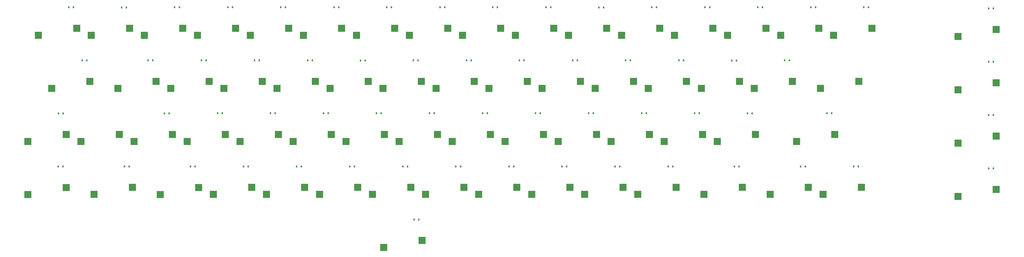
<source format=gbr>
G04 #@! TF.GenerationSoftware,KiCad,Pcbnew,(5.1.5)-2*
G04 #@! TF.CreationDate,2021-01-09T12:48:30+01:00*
G04 #@! TF.ProjectId,VIC20_kbd,56494332-305f-46b6-9264-2e6b69636164,2.0*
G04 #@! TF.SameCoordinates,Original*
G04 #@! TF.FileFunction,Paste,Bot*
G04 #@! TF.FilePolarity,Positive*
%FSLAX46Y46*%
G04 Gerber Fmt 4.6, Leading zero omitted, Abs format (unit mm)*
G04 Created by KiCad (PCBNEW (5.1.5)-2) date 2021-01-09 12:48:30*
%MOMM*%
%LPD*%
G04 APERTURE LIST*
%ADD10R,0.600000X0.800000*%
%ADD11R,2.550000X2.500000*%
G04 APERTURE END LIST*
D10*
X68620000Y-127780000D03*
X66920000Y-127780000D03*
X107070000Y-127710000D03*
X105370000Y-127710000D03*
X145510000Y-127710000D03*
X143810000Y-127710000D03*
X183880000Y-127710000D03*
X182180000Y-127710000D03*
X222210000Y-127710000D03*
X220510000Y-127710000D03*
X260530000Y-127710000D03*
X258830000Y-127710000D03*
X298860000Y-127710000D03*
X297160000Y-127710000D03*
X337230000Y-127710000D03*
X335530000Y-127710000D03*
X49500000Y-127710000D03*
X47800000Y-127710000D03*
X97500000Y-146910000D03*
X95800000Y-146910000D03*
X135950000Y-146870000D03*
X134250000Y-146870000D03*
X174240000Y-146910000D03*
X172540000Y-146910000D03*
X212570000Y-146910000D03*
X210870000Y-146910000D03*
X251010000Y-146910000D03*
X249310000Y-146910000D03*
X289490000Y-146950000D03*
X287790000Y-146950000D03*
X323930000Y-166040000D03*
X322230000Y-166040000D03*
X54380000Y-146910000D03*
X52680000Y-146910000D03*
X84130000Y-166110000D03*
X82430000Y-166110000D03*
X122500000Y-166070000D03*
X120800000Y-166070000D03*
X160830000Y-166070000D03*
X159130000Y-166070000D03*
X199310000Y-166070000D03*
X197610000Y-166070000D03*
X237670000Y-166040000D03*
X235970000Y-166040000D03*
X276000000Y-166070000D03*
X274300000Y-166070000D03*
X333570000Y-185300000D03*
X331870000Y-185300000D03*
X45760000Y-166110000D03*
X44060000Y-166110000D03*
X69680000Y-185300000D03*
X67980000Y-185300000D03*
X112790000Y-185300000D03*
X111090000Y-185300000D03*
X151210000Y-185300000D03*
X149510000Y-185300000D03*
X189600000Y-185300000D03*
X187900000Y-185300000D03*
X227990000Y-185300000D03*
X226290000Y-185300000D03*
X266460000Y-185300000D03*
X264760000Y-185300000D03*
X314320000Y-185300000D03*
X312620000Y-185300000D03*
X174470000Y-204520000D03*
X172770000Y-204520000D03*
X93540000Y-185300000D03*
X91840000Y-185300000D03*
X131990000Y-185300000D03*
X130290000Y-185300000D03*
X170410000Y-185330000D03*
X168710000Y-185330000D03*
X208880000Y-185300000D03*
X207180000Y-185300000D03*
X247210000Y-185300000D03*
X245510000Y-185300000D03*
X290400000Y-185300000D03*
X288700000Y-185300000D03*
X382420000Y-128130000D03*
X380720000Y-128130000D03*
X45740000Y-185330000D03*
X44040000Y-185330000D03*
X103370000Y-166070000D03*
X101670000Y-166070000D03*
X141740000Y-166070000D03*
X140040000Y-166070000D03*
X180110000Y-166070000D03*
X178410000Y-166070000D03*
X218400000Y-166070000D03*
X216700000Y-166070000D03*
X256840000Y-166070000D03*
X255140000Y-166070000D03*
X295130000Y-166110000D03*
X293430000Y-166110000D03*
X382420000Y-147410000D03*
X380720000Y-147410000D03*
X78230000Y-146910000D03*
X76530000Y-146910000D03*
X116710000Y-146910000D03*
X115010000Y-146910000D03*
X155110000Y-146950000D03*
X153410000Y-146950000D03*
X193440000Y-146910000D03*
X191740000Y-146910000D03*
X231880000Y-146910000D03*
X230180000Y-146910000D03*
X270290000Y-146910000D03*
X268590000Y-146910000D03*
X308580000Y-146910000D03*
X306880000Y-146910000D03*
X382420000Y-166720000D03*
X380720000Y-166720000D03*
X87830000Y-127710000D03*
X86130000Y-127710000D03*
X126190000Y-127670000D03*
X124490000Y-127670000D03*
X164600000Y-127710000D03*
X162900000Y-127710000D03*
X202930000Y-127670000D03*
X201230000Y-127670000D03*
X241410000Y-127750000D03*
X239710000Y-127750000D03*
X279770000Y-127710000D03*
X278070000Y-127710000D03*
X318100000Y-127710000D03*
X316400000Y-127710000D03*
X382420000Y-186000000D03*
X380720000Y-186000000D03*
D11*
X55980000Y-137880000D03*
X69830000Y-135340000D03*
X108220000Y-135340000D03*
X94370000Y-137880000D03*
X146580000Y-135340000D03*
X132730000Y-137880000D03*
X171090000Y-137880000D03*
X184940000Y-135340000D03*
X209490000Y-137880000D03*
X223340000Y-135340000D03*
X261710000Y-135340000D03*
X247860000Y-137880000D03*
X300090000Y-135340000D03*
X286240000Y-137880000D03*
X324620000Y-137880000D03*
X338470000Y-135340000D03*
X50690000Y-135340000D03*
X36840000Y-137880000D03*
X98620000Y-154540000D03*
X84770000Y-157080000D03*
X137020000Y-154540000D03*
X123170000Y-157080000D03*
X161560000Y-157080000D03*
X175410000Y-154540000D03*
X199920000Y-157080000D03*
X213770000Y-154540000D03*
X252180000Y-154540000D03*
X238330000Y-157080000D03*
X290590000Y-154550000D03*
X276740000Y-157090000D03*
X311200000Y-176240000D03*
X325050000Y-173700000D03*
X55460000Y-154540000D03*
X41610000Y-157080000D03*
X85290000Y-173720000D03*
X71440000Y-176260000D03*
X109800000Y-176240000D03*
X123650000Y-173700000D03*
X162040000Y-173700000D03*
X148190000Y-176240000D03*
X200420000Y-173700000D03*
X186570000Y-176240000D03*
X224940000Y-176240000D03*
X238790000Y-173700000D03*
X263300000Y-176240000D03*
X277150000Y-173700000D03*
X334670000Y-192910000D03*
X320820000Y-195450000D03*
X33040000Y-176260000D03*
X46890000Y-173720000D03*
X56980000Y-195450000D03*
X70830000Y-192910000D03*
X113990000Y-192910000D03*
X100140000Y-195450000D03*
X152400000Y-192910000D03*
X138550000Y-195450000D03*
X176950000Y-195450000D03*
X190800000Y-192910000D03*
X215350000Y-195450000D03*
X229200000Y-192910000D03*
X253740000Y-195450000D03*
X267590000Y-192910000D03*
X315490000Y-192910000D03*
X301640000Y-195450000D03*
X161820000Y-214640000D03*
X175670000Y-212100000D03*
X80930000Y-195460000D03*
X94780000Y-192920000D03*
X133190000Y-192910000D03*
X119340000Y-195450000D03*
X157740000Y-195450000D03*
X171590000Y-192910000D03*
X210000000Y-192910000D03*
X196150000Y-195450000D03*
X248400000Y-192910000D03*
X234550000Y-195450000D03*
X277690000Y-195450000D03*
X291540000Y-192910000D03*
X383470000Y-135750000D03*
X369620000Y-138290000D03*
X33030000Y-195460000D03*
X46880000Y-192920000D03*
X90640000Y-176240000D03*
X104490000Y-173700000D03*
X142840000Y-173700000D03*
X128990000Y-176240000D03*
X167370000Y-176240000D03*
X181220000Y-173700000D03*
X219580000Y-173700000D03*
X205730000Y-176240000D03*
X244100000Y-176240000D03*
X257950000Y-173700000D03*
X282490000Y-176260000D03*
X296340000Y-173720000D03*
X383470000Y-155030000D03*
X369620000Y-157570000D03*
X65570000Y-157080000D03*
X79420000Y-154540000D03*
X103970000Y-157080000D03*
X117820000Y-154540000D03*
X156210000Y-154540000D03*
X142360000Y-157080000D03*
X194590000Y-154540000D03*
X180740000Y-157080000D03*
X219130000Y-157080000D03*
X232980000Y-154540000D03*
X271380000Y-154540000D03*
X257530000Y-157080000D03*
X309730000Y-154550000D03*
X295880000Y-157090000D03*
X369620000Y-176880000D03*
X383470000Y-174340000D03*
X89020000Y-135340000D03*
X75170000Y-137880000D03*
X127390000Y-135340000D03*
X113540000Y-137880000D03*
X151920000Y-137880000D03*
X165770000Y-135340000D03*
X190290000Y-137880000D03*
X204140000Y-135340000D03*
X228660000Y-137880000D03*
X242510000Y-135340000D03*
X280900000Y-135340000D03*
X267050000Y-137880000D03*
X319280000Y-135340000D03*
X305430000Y-137880000D03*
X369620000Y-196160000D03*
X383470000Y-193620000D03*
X66090000Y-173700000D03*
X52240000Y-176240000D03*
X319850000Y-157080000D03*
X333700000Y-154540000D03*
M02*

</source>
